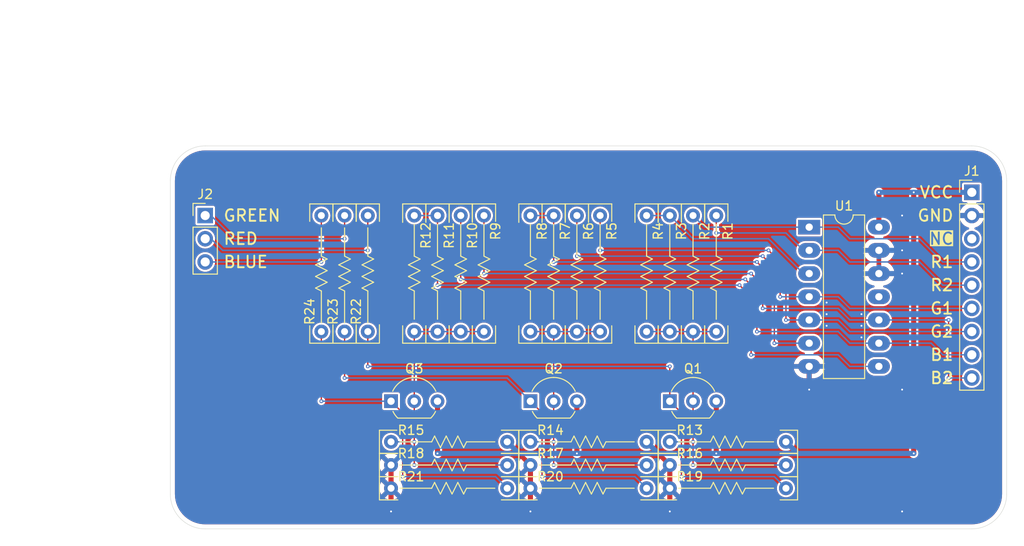
<source format=kicad_pcb>
(kicad_pcb (version 20221018) (generator pcbnew)
  (title_block (title "Color DAC remake for Thomson MO5") (date "2025-07-28") (rev "v1-DRAFT") (company "Sporniket") (comment 3 "https://github.com/sporniket/thomson-mo5--rgb-dac-replacement") (comment 4 "Original repository :"))
  (layers (0 "F.Cu" signal) (31 "B.Cu" signal) (34 "B.Paste" user) (35 "F.Paste" user) (36 "B.SilkS" user "B.Silkscreen") (37 "F.SilkS" user "F.Silkscreen") (38 "B.Mask" user) (39 "F.Mask" user) (44 "Edge.Cuts" user))
  (net 0 "")
  (net 1 "+5V")
  (net 2 "GND")
  (net 4 "/R1")
  (net 5 "/R2")
  (net 6 "/G1")
  (net 7 "/G2")
  (net 8 "/B1")
  (net 9 "/B2")
  (net 10 "/VID_GREEN")
  (net 11 "/VID_RED")
  (net 12 "/VID_BLUE")
  (net 13 "Net-(Q1-E)")
  (net 14 "Net-(Q1-B)")
  (net 15 "Net-(Q2-E)")
  (net 16 "Net-(Q2-B)")
  (net 17 "Net-(Q3-E)")
  (net 18 "Net-(Q3-B)")
  (net 19 "/R0")
  (net 20 "/G0")
  (net 21 "/B0")
  (footprint "commons-passives_THT:Passive_THT_resistor_W2.54mm_L12.70mm" (layer "F.Cu") (at 100.33 85.09 -90)
    (fp_text reference "R11" (at -5.715 -1.27 90) (layer "F.SilkS") (effects (justify right)))
    (fp_text value "6K2")
    (pad "1" thru_hole circle (at -6.35 0 270) (size 1.524 1.524) (drill 0.762) (layers "*.Cu" "*.Mask") (net 21 "/B0"))
    (pad "2" thru_hole circle (at 6.35 0 270) (size 1.524 1.524) (drill 0.762) (layers "*.Cu" "*.Mask") (net 18 "Net-(Q3-B)"))
  )
  (footprint "commons-passives_THT:Passive_THT_resistor_W2.54mm_L12.70mm" (layer "F.Cu") (at 92.71 85.09 90)
    (fp_text reference "R22" (at -5.715 -1.27 90) (layer "F.SilkS") (effects (justify left)))
    (fp_text value "75")
    (pad "1" thru_hole circle (at -6.35 0 90) (size 1.524 1.524) (drill 0.762) (layers "*.Cu" "*.Mask") (net 13 "Net-(Q1-E)"))
    (pad "2" thru_hole circle (at 6.35 0 90) (size 1.524 1.524) (drill 0.762) (layers "*.Cu" "*.Mask") (net 11 "/VID_RED"))
  )
  (footprint "commons-passives_THT:Passive_THT_resistor_W2.54mm_L12.70mm" (layer "F.Cu") (at 125.73 85.09 -90)
    (fp_text reference "R3" (at -5.715 -1.27 90) (layer "F.SilkS") (effects (justify right)))
    (fp_text value "6K2")
    (pad "1" thru_hole circle (at -6.35 0 270) (size 1.524 1.524) (drill 0.762) (layers "*.Cu" "*.Mask") (net 19 "/R0"))
    (pad "2" thru_hole circle (at 6.35 0 270) (size 1.524 1.524) (drill 0.762) (layers "*.Cu" "*.Mask") (net 14 "Net-(Q1-B)"))
  )
  (footprint "Package_DIP:DIP-14_W7.62mm_LongPads" (layer "F.Cu") (at 140.97 80.01)
    (fp_text reference "U1" (at 3.81 -2.33) (layer "F.SilkS"))
    (fp_text value "QUADRUPLE_2-INPUTS_POSITIVE-OR_GATES")
    (pad "1" thru_hole rect (at 0 0) (size 2.4 1.6) (drill 0.8) (layers "*.Cu" "*.Mask") (net 4 "/R1"))
    (pad "2" thru_hole oval (at 0 2.54) (size 2.4 1.6) (drill 0.8) (layers "*.Cu" "*.Mask") (net 5 "/R2"))
    (pad "3" thru_hole oval (at 0 5.08) (size 2.4 1.6) (drill 0.8) (layers "*.Cu" "*.Mask") (net 19 "/R0"))
    (pad "4" thru_hole oval (at 0 7.62) (size 2.4 1.6) (drill 0.8) (layers "*.Cu" "*.Mask") (net 6 "/G1"))
    (pad "5" thru_hole oval (at 0 10.16) (size 2.4 1.6) (drill 0.8) (layers "*.Cu" "*.Mask") (net 7 "/G2"))
    (pad "6" thru_hole oval (at 0 12.7) (size 2.4 1.6) (drill 0.8) (layers "*.Cu" "*.Mask") (net 20 "/G0"))
    (pad "7" thru_hole oval (at 0 15.24) (size 2.4 1.6) (drill 0.8) (layers "*.Cu" "*.Mask") (net 2 "GND"))
    (pad "8" thru_hole oval (at 7.62 15.24) (size 2.4 1.6) (drill 0.8) (layers "*.Cu" "*.Mask") (net 21 "/B0"))
    (pad "9" thru_hole oval (at 7.62 12.7) (size 2.4 1.6) (drill 0.8) (layers "*.Cu" "*.Mask") (net 8 "/B1"))
    (pad "10" thru_hole oval (at 7.62 10.16) (size 2.4 1.6) (drill 0.8) (layers "*.Cu" "*.Mask") (net 9 "/B2"))
    (pad "11" thru_hole oval (at 7.62 7.62) (size 2.4 1.6) (drill 0.8) (layers "*.Cu" "*.Mask"))
    (pad "12" thru_hole oval (at 7.62 5.08) (size 2.4 1.6) (drill 0.8) (layers "*.Cu" "*.Mask") (net 2 "GND"))
    (pad "13" thru_hole oval (at 7.62 2.54) (size 2.4 1.6) (drill 0.8) (layers "*.Cu" "*.Mask") (net 2 "GND"))
    (pad "14" thru_hole oval (at 7.62 0) (size 2.4 1.6) (drill 0.8) (layers "*.Cu" "*.Mask") (net 1 "+5V"))
  )
  (footprint "commons-passives_THT:Passive_THT_resistor_W2.54mm_L12.70mm" (layer "F.Cu") (at 116.84 103.505)
    (fp_text reference "R14" (at -5.715 -1.27) (layer "F.SilkS") (effects (justify left)))
    (fp_text value "1K")
    (pad "1" thru_hole circle (at -6.35 0) (size 1.524 1.524) (drill 0.762) (layers "*.Cu" "*.Mask") (net 16 "Net-(Q2-B)"))
    (pad "2" thru_hole circle (at 6.35 0) (size 1.524 1.524) (drill 0.762) (layers "*.Cu" "*.Mask") (net 1 "+5V"))
  )
  (footprint "commons-passives_THT:Passive_THT_resistor_W2.54mm_L12.70mm" (layer "F.Cu") (at 90.17 85.09 90)
    (fp_text reference "R23" (at -5.715 -1.27 90) (layer "F.SilkS") (effects (justify left)))
    (fp_text value "75")
    (pad "1" thru_hole circle (at -6.35 0 90) (size 1.524 1.524) (drill 0.762) (layers "*.Cu" "*.Mask") (net 15 "Net-(Q2-E)"))
    (pad "2" thru_hole circle (at 6.35 0 90) (size 1.524 1.524) (drill 0.762) (layers "*.Cu" "*.Mask") (net 10 "/VID_GREEN"))
  )
  (footprint "Package_TO_SOT_THT:TO-92_Inline_Wide" (layer "F.Cu") (at 95.25 99.06)
    (fp_text reference "Q3" (at 2.54 -3.56) (layer "F.SilkS"))
    (fp_text value "2N3904")
    (pad "1" thru_hole rect (at 0 0) (size 1.5 1.5) (drill 0.8) (layers "*.Cu" "*.Mask") (net 17 "Net-(Q3-E)"))
    (pad "2" thru_hole circle (at 2.54 0) (size 1.5 1.5) (drill 0.8) (layers "*.Cu" "*.Mask") (net 18 "Net-(Q3-B)"))
    (pad "3" thru_hole circle (at 5.08 0) (size 1.5 1.5) (drill 0.8) (layers "*.Cu" "*.Mask") (net 1 "+5V"))
  )
  (footprint "commons-passives_THT:Passive_THT_resistor_W2.54mm_L12.70mm" (layer "F.Cu") (at 105.41 85.09 -90)
    (fp_text reference "R9" (at -5.715 -1.27 90) (layer "F.SilkS") (effects (justify right)))
    (fp_text value "1K5")
    (pad "1" thru_hole circle (at -6.35 0 270) (size 1.524 1.524) (drill 0.762) (layers "*.Cu" "*.Mask") (net 9 "/B2"))
    (pad "2" thru_hole circle (at 6.35 0 270) (size 1.524 1.524) (drill 0.762) (layers "*.Cu" "*.Mask") (net 18 "Net-(Q3-B)"))
  )
  (footprint "Connector_PinHeader_2.54mm:PinHeader_1x09_P2.54mm_Vertical" (layer "F.Cu") (at 158.75 76.2)
    (fp_text reference "J1" (at 0 -2.33) (layer "F.SilkS"))
    (fp_text value "Input")
    (pad "1" thru_hole rect (at 0 0) (size 1.7 1.7) (drill 1) (layers "*.Cu" "*.Mask") (net 1 "+5V"))
    (pad "2" thru_hole oval (at 0 2.54) (size 1.7 1.7) (drill 1) (layers "*.Cu" "*.Mask") (net 2 "GND"))
    (pad "3" thru_hole oval (at 0 5.08) (size 1.7 1.7) (drill 1) (layers "*.Cu" "*.Mask"))
    (pad "4" thru_hole oval (at 0 7.62) (size 1.7 1.7) (drill 1) (layers "*.Cu" "*.Mask") (net 4 "/R1"))
    (pad "5" thru_hole oval (at 0 10.16) (size 1.7 1.7) (drill 1) (layers "*.Cu" "*.Mask") (net 5 "/R2"))
    (pad "6" thru_hole oval (at 0 12.7) (size 1.7 1.7) (drill 1) (layers "*.Cu" "*.Mask") (net 6 "/G1"))
    (pad "7" thru_hole oval (at 0 15.24) (size 1.7 1.7) (drill 1) (layers "*.Cu" "*.Mask") (net 7 "/G2"))
    (pad "8" thru_hole oval (at 0 17.78) (size 1.7 1.7) (drill 1) (layers "*.Cu" "*.Mask") (net 8 "/B1"))
    (pad "9" thru_hole oval (at 0 20.32) (size 1.7 1.7) (drill 1) (layers "*.Cu" "*.Mask") (net 9 "/B2"))
  )
  (footprint "commons-passives_THT:Passive_THT_resistor_W2.54mm_L12.70mm" (layer "F.Cu") (at 102.87 85.09 -90)
    (fp_text reference "R10" (at -5.715 -1.27 90) (layer "F.SilkS") (effects (justify right)))
    (fp_text value "3K")
    (pad "1" thru_hole circle (at -6.35 0 270) (size 1.524 1.524) (drill 0.762) (layers "*.Cu" "*.Mask") (net 8 "/B1"))
    (pad "2" thru_hole circle (at 6.35 0 270) (size 1.524 1.524) (drill 0.762) (layers "*.Cu" "*.Mask") (net 18 "Net-(Q3-B)"))
  )
  (footprint "commons-passives_THT:Passive_THT_resistor_W2.54mm_L12.70mm" (layer "F.Cu") (at 116.84 108.585)
    (fp_text reference "R20" (at -5.715 -1.27) (layer "F.SilkS") (effects (justify left)))
    (fp_text value "150")
    (pad "1" thru_hole circle (at -6.35 0) (size 1.524 1.524) (drill 0.762) (layers "*.Cu" "*.Mask") (net 2 "GND"))
    (pad "2" thru_hole circle (at 6.35 0) (size 1.524 1.524) (drill 0.762) (layers "*.Cu" "*.Mask") (net 15 "Net-(Q2-E)"))
  )
  (footprint "commons-passives_THT:Passive_THT_resistor_W2.54mm_L12.70mm" (layer "F.Cu") (at 87.63 85.09 90)
    (fp_text reference "R24" (at -5.715 -1.27 90) (layer "F.SilkS") (effects (justify left)))
    (fp_text value "75")
    (pad "1" thru_hole circle (at -6.35 0 90) (size 1.524 1.524) (drill 0.762) (layers "*.Cu" "*.Mask") (net 17 "Net-(Q3-E)"))
    (pad "2" thru_hole circle (at 6.35 0 90) (size 1.524 1.524) (drill 0.762) (layers "*.Cu" "*.Mask") (net 12 "/VID_BLUE"))
  )
  (footprint "commons-passives_THT:Passive_THT_resistor_W2.54mm_L12.70mm" (layer "F.Cu") (at 101.6 106.045)
    (fp_text reference "R18" (at -5.715 -1.27) (layer "F.SilkS") (effects (justify left)))
    (fp_text value "2K")
    (pad "1" thru_hole circle (at -6.35 0) (size 1.524 1.524) (drill 0.762) (layers "*.Cu" "*.Mask") (net 2 "GND"))
    (pad "2" thru_hole circle (at 6.35 0) (size 1.524 1.524) (drill 0.762) (layers "*.Cu" "*.Mask") (net 18 "Net-(Q3-B)"))
  )
  (footprint "commons-passives_THT:Passive_THT_resistor_W2.54mm_L12.70mm" (layer "F.Cu") (at 116.84 106.045)
    (fp_text reference "R17" (at -5.715 -1.27) (layer "F.SilkS") (effects (justify left)))
    (fp_text value "2K")
    (pad "1" thru_hole circle (at -6.35 0) (size 1.524 1.524) (drill 0.762) (layers "*.Cu" "*.Mask") (net 2 "GND"))
    (pad "2" thru_hole circle (at 6.35 0) (size 1.524 1.524) (drill 0.762) (layers "*.Cu" "*.Mask") (net 16 "Net-(Q2-B)"))
  )
  (footprint "commons-passives_THT:Passive_THT_resistor_W2.54mm_L12.70mm" (layer "F.Cu") (at 132.08 108.585)
    (fp_text reference "R19" (at -5.715 -1.27) (layer "F.SilkS") (effects (justify left)))
    (fp_text value "150")
    (pad "1" thru_hole circle (at -6.35 0) (size 1.524 1.524) (drill 0.762) (layers "*.Cu" "*.Mask") (net 2 "GND"))
    (pad "2" thru_hole circle (at 6.35 0) (size 1.524 1.524) (drill 0.762) (layers "*.Cu" "*.Mask") (net 13 "Net-(Q1-E)"))
  )
  (footprint "commons-passives_THT:Passive_THT_resistor_W2.54mm_L12.70mm" (layer "F.Cu") (at 113.03 85.09 -90)
    (fp_text reference "R7" (at -5.715 -1.27 90) (layer "F.SilkS") (effects (justify right)))
    (fp_text value "6K2")
    (pad "1" thru_hole circle (at -6.35 0 270) (size 1.524 1.524) (drill 0.762) (layers "*.Cu" "*.Mask") (net 20 "/G0"))
    (pad "2" thru_hole circle (at 6.35 0 270) (size 1.524 1.524) (drill 0.762) (layers "*.Cu" "*.Mask") (net 16 "Net-(Q2-B)"))
  )
  (footprint "commons-passives_THT:Passive_THT_resistor_W2.54mm_L12.70mm" (layer "F.Cu") (at 118.11 85.09 -90)
    (fp_text reference "R5" (at -5.715 -1.27 90) (layer "F.SilkS") (effects (justify right)))
    (fp_text value "1K5")
    (pad "1" thru_hole circle (at -6.35 0 270) (size 1.524 1.524) (drill 0.762) (layers "*.Cu" "*.Mask") (net 7 "/G2"))
    (pad "2" thru_hole circle (at 6.35 0 270) (size 1.524 1.524) (drill 0.762) (layers "*.Cu" "*.Mask") (net 16 "Net-(Q2-B)"))
  )
  (footprint "Connector_PinHeader_2.54mm:PinHeader_1x03_P2.54mm_Vertical" (layer "F.Cu") (at 74.93 78.74)
    (fp_text reference "J2" (at 0 -2.33) (layer "F.SilkS"))
    (fp_text value "Output")
    (pad "1" thru_hole rect (at 0 0) (size 1.7 1.7) (drill 1) (layers "*.Cu" "*.Mask") (net 10 "/VID_GREEN"))
    (pad "2" thru_hole oval (at 0 2.54) (size 1.7 1.7) (drill 1) (layers "*.Cu" "*.Mask") (net 11 "/VID_RED"))
    (pad "3" thru_hole oval (at 0 5.08) (size 1.7 1.7) (drill 1) (layers "*.Cu" "*.Mask") (net 12 "/VID_BLUE"))
  )
  (footprint "commons-passives_THT:Passive_THT_resistor_W2.54mm_L12.70mm" (layer "F.Cu") (at 130.81 85.09 -90)
    (fp_text reference "R1" (at -5.715 -1.27 90) (layer "F.SilkS") (effects (justify right)))
    (fp_text value "1K5")
    (pad "1" thru_hole circle (at -6.35 0 270) (size 1.524 1.524) (drill 0.762) (layers "*.Cu" "*.Mask") (net 5 "/R2"))
    (pad "2" thru_hole circle (at 6.35 0 270) (size 1.524 1.524) (drill 0.762) (layers "*.Cu" "*.Mask") (net 14 "Net-(Q1-B)"))
  )
  (footprint "commons-passives_THT:Passive_THT_resistor_W2.54mm_L12.70mm" (layer "F.Cu") (at 97.79 85.09 -90)
    (fp_text reference "R12" (at -5.715 -1.27 90) (layer "F.SilkS") (effects (justify right)))
    (fp_text value "12K")
    (pad "1" thru_hole circle (at -6.35 0 270) (size 1.524 1.524) (drill 0.762) (layers "*.Cu" "*.Mask") (net 21 "/B0"))
    (pad "2" thru_hole circle (at 6.35 0 270) (size 1.524 1.524) (drill 0.762) (layers "*.Cu" "*.Mask") (net 18 "Net-(Q3-B)"))
  )
  (footprint "commons-passives_THT:Passive_THT_resistor_W2.54mm_L12.70mm" (layer "F.Cu") (at 132.08 103.505)
    (fp_text reference "R13" (at -5.715 -1.27) (layer "F.SilkS") (effects (justify left)))
    (fp_text value "1K")
    (pad "1" thru_hole circle (at -6.35 0) (size 1.524 1.524) (drill 0.762) (layers "*.Cu" "*.Mask") (net 14 "Net-(Q1-B)"))
    (pad "2" thru_hole circle (at 6.35 0) (size 1.524 1.524) (drill 0.762) (layers "*.Cu" "*.Mask") (net 1 "+5V"))
  )
  (footprint "commons-passives_THT:Passive_THT_resistor_W2.54mm_L12.70mm" (layer "F.Cu") (at 110.49 85.09 -90)
    (fp_text reference "R8" (at -5.715 -1.27 90) (layer "F.SilkS") (effects (justify right)))
    (fp_text value "12K")
    (pad "1" thru_hole circle (at -6.35 0 270) (size 1.524 1.524) (drill 0.762) (layers "*.Cu" "*.Mask") (net 20 "/G0"))
    (pad "2" thru_hole circle (at 6.35 0 270) (size 1.524 1.524) (drill 0.762) (layers "*.Cu" "*.Mask") (net 16 "Net-(Q2-B)"))
  )
  (footprint "Package_TO_SOT_THT:TO-92_Inline_Wide" (layer "F.Cu") (at 125.73 99.06)
    (fp_text reference "Q1" (at 2.54 -3.56) (layer "F.SilkS"))
    (fp_text value "2N3904")
    (pad "1" thru_hole rect (at 0 0) (size 1.5 1.5) (drill 0.8) (layers "*.Cu" "*.Mask") (net 13 "Net-(Q1-E)"))
    (pad "2" thru_hole circle (at 2.54 0) (size 1.5 1.5) (drill 0.8) (layers "*.Cu" "*.Mask") (net 14 "Net-(Q1-B)"))
    (pad "3" thru_hole circle (at 5.08 0) (size 1.5 1.5) (drill 0.8) (layers "*.Cu" "*.Mask") (net 1 "+5V"))
  )
  (footprint "commons-passives_THT:Passive_THT_resistor_W2.54mm_L12.70mm" (layer "F.Cu") (at 115.57 85.09 -90)
    (fp_text reference "R6" (at -5.715 -1.27 90) (layer "F.SilkS") (effects (justify right)))
    (fp_text value "3K")
    (pad "1" thru_hole circle (at -6.35 0 270) (size 1.524 1.524) (drill 0.762) (layers "*.Cu" "*.Mask") (net 6 "/G1"))
    (pad "2" thru_hole circle (at 6.35 0 270) (size 1.524 1.524) (drill 0.762) (layers "*.Cu" "*.Mask") (net 16 "Net-(Q2-B)"))
  )
  (footprint "commons-passives_THT:Passive_THT_resistor_W2.54mm_L12.70mm" (layer "F.Cu") (at 123.19 85.09 -90)
    (fp_text reference "R4" (at -5.715 -1.27 90) (layer "F.SilkS") (effects (justify right)))
    (fp_text value "12K")
    (pad "1" thru_hole circle (at -6.35 0 270) (size 1.524 1.524) (drill 0.762) (layers "*.Cu" "*.Mask") (net 19 "/R0"))
    (pad "2" thru_hole circle (at 6.35 0 270) (size 1.524 1.524) (drill 0.762) (layers "*.Cu" "*.Mask") (net 14 "Net-(Q1-B)"))
  )
  (footprint "commons-passives_THT:Passive_THT_resistor_W2.54mm_L12.70mm" (layer "F.Cu") (at 101.6 103.505)
    (fp_text reference "R15" (at -5.715 -1.27) (layer "F.SilkS") (effects (justify left)))
    (fp_text value "1K")
    (pad "1" thru_hole circle (at -6.35 0) (size 1.524 1.524) (drill 0.762) (layers "*.Cu" "*.Mask") (net 18 "Net-(Q3-B)"))
    (pad "2" thru_hole circle (at 6.35 0) (size 1.524 1.524) (drill 0.762) (layers "*.Cu" "*.Mask") (net 1 "+5V"))
  )
  (footprint "Package_TO_SOT_THT:TO-92_Inline_Wide" (layer "F.Cu") (at 110.49 99.06)
    (fp_text reference "Q2" (at 2.54 -3.56) (layer "F.SilkS"))
    (fp_text value "2N3904")
    (pad "1" thru_hole rect (at 0 0) (size 1.5 1.5) (drill 0.8) (layers "*.Cu" "*.Mask") (net 15 "Net-(Q2-E)"))
    (pad "2" thru_hole circle (at 2.54 0) (size 1.5 1.5) (drill 0.8) (layers "*.Cu" "*.Mask") (net 16 "Net-(Q2-B)"))
    (pad "3" thru_hole circle (at 5.08 0) (size 1.5 1.5) (drill 0.8) (layers "*.Cu" "*.Mask") (net 1 "+5V"))
  )
  (footprint "commons-passives_THT:Passive_THT_resistor_W2.54mm_L12.70mm" (layer "F.Cu") (at 101.6 108.585)
    (fp_text reference "R21" (at -5.715 -1.27) (layer "F.SilkS") (effects (justify left)))
    (fp_text value "150")
    (pad "1" thru_hole circle (at -6.35 0) (size 1.524 1.524) (drill 0.762) (layers "*.Cu" "*.Mask") (net 2 "GND"))
    (pad "2" thru_hole circle (at 6.35 0) (size 1.524 1.524) (drill 0.762) (layers "*.Cu" "*.Mask") (net 17 "Net-(Q3-E)"))
  )
  (footprint "commons-passives_THT:Passive_THT_resistor_W2.54mm_L12.70mm" (layer "F.Cu") (at 132.08 106.045)
    (fp_text reference "R16" (at -5.715 -1.27) (layer "F.SilkS") (effects (justify left)))
    (fp_text value "2K")
    (pad "1" thru_hole circle (at -6.35 0) (size 1.524 1.524) (drill 0.762) (layers "*.Cu" "*.Mask") (net 2 "GND"))
    (pad "2" thru_hole circle (at 6.35 0) (size 1.524 1.524) (drill 0.762) (layers "*.Cu" "*.Mask") (net 14 "Net-(Q1-B)"))
  )
  (footprint "commons-passives_THT:Passive_THT_resistor_W2.54mm_L12.70mm" (layer "F.Cu") (at 128.27 85.09 -90)
    (fp_text reference "R2" (at -5.715 -1.27 90) (layer "F.SilkS") (effects (justify right)))
    (fp_text value "3K")
    (pad "1" thru_hole circle (at -6.35 0 270) (size 1.524 1.524) (drill 0.762) (layers "*.Cu" "*.Mask") (net 4 "/R1"))
    (pad "2" thru_hole circle (at 6.35 0 270) (size 1.524 1.524) (drill 0.762) (layers "*.Cu" "*.Mask") (net 14 "Net-(Q1-B)"))
  )
  (gr_line (start 71.12 109.22) (end 71.12 74.93) (stroke (width 0.05)) (layer "Edge.Cuts"))
  (gr_arc (start 71.12 74.93) (mid 72.235923 72.235923) (end 74.93 71.12) (stroke (width 0.05)) (layer "Edge.Cuts"))
  (gr_line (start 158.75 71.12) (end 74.93 71.12) (stroke (width 0.05)) (layer "Edge.Cuts"))
  (gr_arc (start 158.75 71.12) (mid 161.444077 72.235923) (end 162.56 74.93) (stroke (width 0.05)) (layer "Edge.Cuts"))
  (gr_arc (start 162.56 109.22) (mid 161.444077 111.914077) (end 158.75 113.03) (stroke (width 0.05)) (layer "Edge.Cuts"))
  (gr_line (start 162.56 74.93) (end 162.56 109.22) (stroke (width 0.05)) (layer "Edge.Cuts"))
  (gr_arc (start 74.93 113.03) (mid 72.235923 111.914077) (end 71.12 109.22) (stroke (width 0.05)) (layer "Edge.Cuts"))
  (gr_line (start 158.75 113.03) (end 74.93 113.03) (stroke (width 0.05)) (layer "Edge.Cuts"))
  (gr_text "BLUE\n" (at 76.835 83.82) (layer "F.SilkS") (effects (font (size 1.27 1.27) (thickness 0.2) bold) (justify left)))
  (gr_text "G2" (at 156.845 91.44) (layer "F.SilkS") (effects (font (size 1.27 1.27) (thickness 0.2) bold) (justify right)))
  (gr_text "RED" (at 76.835 81.28) (layer "F.SilkS") (effects (font (size 1.27 1.27) (thickness 0.2) bold) (justify left)))
  (gr_text "NC" (at 156.845 81.28) (layer "F.SilkS" knockout) (effects (font (size 1.27 1.27) (thickness 0.2) bold) (justify right)))
  (gr_text "R1" (at 156.845 83.82) (layer "F.SilkS") (effects (font (size 1.27 1.27) (thickness 0.2) bold) (justify right)))
  (gr_text "B1" (at 156.845 93.98) (layer "F.SilkS") (effects (font (size 1.27 1.27) (thickness 0.2) bold) (justify right)))
  (gr_text "GREEN" (at 76.835 78.74) (layer "F.SilkS") (effects (font (size 1.27 1.27) (thickness 0.2) bold) (justify left)))
  (gr_text "R2" (at 156.845 86.36) (layer "F.SilkS") (effects (font (size 1.27 1.27) (thickness 0.2) bold) (justify right)))
  (gr_text "B2" (at 156.845 96.52) (layer "F.SilkS") (effects (font (size 1.27 1.27) (thickness 0.2) bold) (justify right)))
  (gr_text "GND" (at 156.845 78.74) (layer "F.SilkS") (effects (font (size 1.27 1.27) (thickness 0.2) bold) (justify right)))
  (gr_text "VCC" (at 156.845 76.2) (layer "F.SilkS") (effects (font (size 1.27 1.27) (thickness 0.2) bold) (justify right)))
  (gr_text "G1" (at 156.845 88.9) (layer "F.SilkS") (effects (font (size 1.27 1.27) (thickness 0.2) bold) (justify right)))
  (segment (start 115.57 99.06) (end 115.57 104.775) (width 0.5588) (layer "F.Cu") (net 1))
  (segment (start 152.4 104.775) (end 152.4 76.2) (width 0.5588) (layer "F.Cu") (net 1))
  (segment (start 100.33 99.06) (end 100.33 104.775) (width 0.5588) (layer "F.Cu") (net 1))
  (segment (start 148.59 76.2) (end 148.59 80.01) (width 0.5588) (layer "F.Cu") (net 1))
  (segment (start 130.81 99.06) (end 130.81 104.775) (width 0.5588) (layer "F.Cu") (net 1))
  (via (at 100.33 104.775) (size 0.5588) (drill 0.2032) (layers "F.Cu" "B.Cu") (net 1))
  (via (at 115.57 104.775) (size 0.5588) (drill 0.2032) (layers "F.Cu" "B.Cu") (net 1))
  (via (at 148.59 76.2) (size 0.5588) (drill 0.2032) (layers "F.Cu" "B.Cu") (net 1))
  (via (at 152.4 104.775) (size 0.5588) (drill 0.2032) (layers "F.Cu" "B.Cu") (net 1))
  (via (at 152.4 76.2) (size 0.5588) (drill 0.2032) (layers "F.Cu" "B.Cu") (net 1))
  (via (at 130.81 104.775) (size 0.5588) (drill 0.2032) (layers "F.Cu" "B.Cu") (net 1))
  (segment (start 123.19 103.505) (end 124.46 104.775) (width 0.5588) (layer "B.Cu") (net 1))
  (segment (start 115.57 104.775) (end 109.22 104.775) (width 0.5588) (layer "B.Cu") (net 1))
  (segment (start 138.43 103.505) (end 139.7 104.775) (width 0.5588) (layer "B.Cu") (net 1))
  (segment (start 109.22 104.775) (end 107.95 103.505) (width 0.5588) (layer "B.Cu") (net 1))
  (segment (start 152.4 76.2) (end 148.59 76.2) (width 0.5588) (layer "B.Cu") (net 1))
  (segment (start 124.46 104.775) (end 123.19 104.775) (width 0.5588) (layer "B.Cu") (net 1))
  (segment (start 158.75 76.2) (end 152.4 76.2) (width 0.5588) (layer "B.Cu") (net 1))
  (segment (start 125.095 104.775) (end 130.81 104.775) (width 0.5588) (layer "B.Cu") (net 1))
  (segment (start 139.7 104.775) (end 152.4 104.775) (width 0.5588) (layer "B.Cu") (net 1))
  (segment (start 124.46 104.775) (end 125.095 104.775) (width 0.5588) (layer "B.Cu") (net 1))
  (segment (start 130.81 104.775) (end 138.43 104.775) (width 0.5588) (layer "B.Cu") (net 1))
  (segment (start 123.19 104.775) (end 115.57 104.775) (width 0.5588) (layer "B.Cu") (net 1))
  (segment (start 100.33 104.775) (end 109.22 104.775) (width 0.5588) (layer "B.Cu") (net 1))
  (segment (start 138.43 104.775) (end 139.7 104.775) (width 0.5588) (layer "B.Cu") (net 1))
  (segment (start 110.49 108.585) (end 110.49 111.125) (width 0.5588) (layer "F.Cu") (net 2))
  (segment (start 95.25 111.125) (end 95.25 108.585) (width 0.5588) (layer "F.Cu") (net 2))
  (segment (start 140.97 95.25) (end 140.97 97.79) (width 0.5588) (layer "F.Cu") (net 2))
  (segment (start 151.13 82.55) (end 151.13 85.09) (width 0.5588) (layer "F.Cu") (net 2))
  (segment (start 125.73 106.045) (end 125.73 108.585) (width 0.5588) (layer "F.Cu") (net 2))
  (segment (start 151.13 85.09) (end 151.13 97.79) (width 0.5588) (layer "F.Cu") (net 2))
  (segment (start 110.49 106.045) (end 110.49 108.585) (width 0.5588) (layer "F.Cu") (net 2))
  (segment (start 125.73 108.585) (end 125.73 111.125) (width 0.5588) (layer "F.Cu") (net 2))
  (segment (start 151.13 97.79) (end 151.13 111.125) (width 0.5588) (layer "F.Cu") (net 2))
  (segment (start 151.13 78.74) (end 151.13 82.55) (width 0.5588) (layer "F.Cu") (net 2))
  (segment (start 95.25 108.585) (end 95.25 106.045) (width 0.5588) (layer "F.Cu") (net 2))
  (via (at 151.13 97.79) (size 0.5588) (drill 0.2032) (layers "F.Cu" "B.Cu") (net 2))
  (via (at 110.49 111.125) (size 0.5588) (drill 0.2032) (layers "F.Cu" "B.Cu") (net 2))
  (via (at 146.685 92.075) (size 0.4064) (drill 0.2032) (layers "F.Cu" "B.Cu") (net 2))
  (via (at 146.685 89.535) (size 0.4064) (drill 0.2032) (layers "F.Cu" "B.Cu") (net 2))
  (via (at 151.13 82.55) (size 0.5588) (drill 0.2032) (layers "F.Cu" "B.Cu") (net 2))
  (via (at 125.73 111.125) (size 0.5588) (drill 0.2032) (layers "F.Cu" "B.Cu") (net 2))
  (via (at 142.875 89.535) (size 0.4064) (drill 0.2032) (layers "F.Cu" "B.Cu") (net 2))
  (via (at 140.97 97.79) (size 0.5588) (drill 0.2032) (layers "F.Cu" "B.Cu") (net 2))
  (via (at 151.13 78.74) (size 0.5588) (drill 0.2032) (layers "F.Cu" "B.Cu") (net 2))
  (via (at 146.685 90.805) (size 0.4064) (drill 0.2032) (layers "F.Cu" "B.Cu") (net 2))
  (via (at 142.875 90.805) (size 0.4064) (drill 0.2032) (layers "F.Cu" "B.Cu") (net 2))
  (via (at 142.875 88.265) (size 0.4064) (drill 0.2032) (layers "F.Cu" "B.Cu") (net 2))
  (via (at 151.13 111.125) (size 0.5588) (drill 0.2032) (layers "F.Cu" "B.Cu") (net 2))
  (via (at 95.25 111.125) (size 0.5588) (drill 0.2032) (layers "F.Cu" "B.Cu") (net 2))
  (via (at 151.13 85.09) (size 0.5588) (drill 0.2032) (layers "F.Cu" "B.Cu") (net 2))
  (segment (start 151.13 111.125) (end 125.73 111.125) (width 0.5588) (layer "B.Cu") (net 2))
  (segment (start 158.75 78.74) (end 151.13 78.74) (width 0.5588) (layer "B.Cu") (net 2))
  (segment (start 125.73 111.125) (end 110.49 111.125) (width 0.5588) (layer "B.Cu") (net 2))
  (segment (start 110.49 111.125) (end 95.25 111.125) (width 0.5588) (layer "B.Cu") (net 2))
  (segment (start 151.13 85.09) (end 148.59 85.09) (width 0.5588) (layer "B.Cu") (net 2))
  (segment (start 148.59 82.55) (end 151.13 82.55) (width 0.5588) (layer "B.Cu") (net 2))
  (segment (start 140.97 97.79) (end 151.13 97.79) (width 0.5588) (layer "B.Cu") (net 2))
  (segment (start 140.97 80.01) (end 129.54 80.01) (width 0.1524) (layer "B.Cu") (net 4))
  (segment (start 144.145 80.01) (end 145.415 81.28) (width 0.1524) (layer "B.Cu") (net 4))
  (segment (start 145.415 81.28) (end 153.035 81.28) (width 0.1524) (layer "B.Cu") (net 4))
  (segment (start 129.54 80.01) (end 128.27 78.74) (width 0.1524) (layer "B.Cu") (net 4))
  (segment (start 140.97 80.01) (end 144.145 80.01) (width 0.1524) (layer "B.Cu") (net 4))
  (segment (start 155.575 83.82) (end 158.75 83.82) (width 0.1524) (layer "B.Cu") (net 4))
  (segment (start 153.035 81.28) (end 155.575 83.82) (width 0.1524) (layer "B.Cu") (net 4))
  (segment (start 130.81 80.645) (end 130.81 78.74) (width 0.1524) (layer "F.Cu") (net 5))
  (via (at 130.81 80.645) (size 0.4064) (drill 0.2032) (layers "F.Cu" "B.Cu") (net 5))
  (segment (start 144.145 82.55) (end 140.97 82.55) (width 0.1524) (layer "B.Cu") (net 5))
  (segment (start 153.035 83.82) (end 145.415 83.82) (width 0.1524) (layer "B.Cu") (net 5))
  (segment (start 145.415 83.82) (end 144.145 82.55) (width 0.1524) (layer "B.Cu") (net 5))
  (segment (start 155.575 86.36) (end 153.035 83.82) (width 0.1524) (layer "B.Cu") (net 5))
  (segment (start 140.97 82.55) (end 140.335 82.55) (width 0.1524) (layer "B.Cu") (net 5))
  (segment (start 138.43 80.645) (end 130.81 80.645) (width 0.1524) (layer "B.Cu") (net 5))
  (segment (start 140.335 82.55) (end 138.43 80.645) (width 0.1524) (layer "B.Cu") (net 5))
  (segment (start 158.75 86.36) (end 155.575 86.36) (width 0.1524) (layer "B.Cu") (net 5))
  (segment (start 137.795 87.63) (end 137.795 85.09) (width 0.1524) (layer "F.Cu") (net 6))
  (segment (start 137.795 85.09) (end 135.89 83.185) (width 0.1524) (layer "F.Cu") (net 6))
  (segment (start 115.57 83.185) (end 115.57 78.74) (width 0.1524) (layer "F.Cu") (net 6))
  (via (at 115.57 83.185) (size 0.4064) (drill 0.2032) (layers "F.Cu" "B.Cu") (net 6))
  (via (at 135.89 83.185) (size 0.4064) (drill 0.2032) (layers "F.Cu" "B.Cu") (net 6))
  (via (at 137.795 87.63) (size 0.4064) (drill 0.2032) (layers "F.Cu" "B.Cu") (net 6))
  (segment (start 140.97 87.63) (end 137.795 87.63) (width 0.1524) (layer "B.Cu") (net 6))
  (segment (start 145.415 88.9) (end 144.145 87.63) (width 0.1524) (layer "B.Cu") (net 6))
  (segment (start 135.89 83.185) (end 115.57 83.185) (width 0.1524) (layer "B.Cu") (net 6))
  (segment (start 144.145 87.63) (end 140.97 87.63) (width 0.1524) (layer "B.Cu") (net 6))
  (segment (start 158.75 88.9) (end 145.415 88.9) (width 0.1524) (layer "B.Cu") (net 6))
  (segment (start 138.43 84.455) (end 136.525 82.55) (width 0.1524) (layer "F.Cu") (net 7))
  (segment (start 118.11 82.55) (end 118.11 78.74) (width 0.1524) (layer "F.Cu") (net 7))
  (segment (start 138.43 90.17) (end 138.43 84.455) (width 0.1524) (layer "F.Cu") (net 7))
  (via (at 136.525 82.55) (size 0.4064) (drill 0.2032) (layers "F.Cu" "B.Cu") (net 7))
  (via (at 138.43 90.17) (size 0.4064) (drill 0.2032) (layers "F.Cu" "B.Cu") (net 7))
  (via (at 118.11 82.55) (size 0.4064) (drill 0.2032) (layers "F.Cu" "B.Cu") (net 7))
  (segment (start 140.97 90.17) (end 138.43 90.17) (width 0.1524) (layer "B.Cu") (net 7))
  (segment (start 145.415 91.44) (end 144.145 90.17) (width 0.1524) (layer "B.Cu") (net 7))
  (segment (start 136.525 82.55) (end 118.11 82.55) (width 0.1524) (layer "B.Cu") (net 7))
  (segment (start 144.145 90.17) (end 140.97 90.17) (width 0.1524) (layer "B.Cu") (net 7))
  (segment (start 158.75 91.44) (end 145.415 91.44) (width 0.1524) (layer "B.Cu") (net 7))
  (segment (start 135.255 86.995) (end 133.985 85.725) (width 0.1524) (layer "F.Cu") (net 8))
  (segment (start 135.255 91.44) (end 135.255 86.995) (width 0.1524) (layer "F.Cu") (net 8))
  (segment (start 102.87 85.725) (end 102.87 78.74) (width 0.1524) (layer "F.Cu") (net 8))
  (via (at 102.87 85.725) (size 0.4064) (drill 0.2032) (layers "F.Cu" "B.Cu") (net 8))
  (via (at 133.985 85.725) (size 0.4064) (drill 0.2032) (layers "F.Cu" "B.Cu") (net 8))
  (via (at 135.255 91.44) (size 0.4064) (drill 0.2032) (layers "F.Cu" "B.Cu") (net 8))
  (segment (start 154.305 92.71) (end 148.59 92.71) (width 0.1524) (layer "B.Cu") (net 8))
  (segment (start 148.59 92.71) (end 145.415 92.71) (width 0.1524) (layer "B.Cu") (net 8))
  (segment (start 133.985 85.725) (end 102.87 85.725) (width 0.1524) (layer "B.Cu") (net 8))
  (segment (start 144.145 91.44) (end 135.255 91.44) (width 0.1524) (layer "B.Cu") (net 8))
  (segment (start 158.75 93.98) (end 155.575 93.98) (width 0.1524) (layer "B.Cu") (net 8))
  (segment (start 145.415 92.71) (end 144.78 92.075) (width 0.1524) (layer "B.Cu") (net 8))
  (segment (start 144.78 92.075) (end 144.145 91.44) (width 0.1524) (layer "B.Cu") (net 8))
  (segment (start 155.575 93.98) (end 154.305 92.71) (width 0.1524) (layer "B.Cu") (net 8))
  (segment (start 105.41 85.09) (end 105.41 78.74) (width 0.1524) (layer "F.Cu") (net 9))
  (segment (start 135.89 88.9) (end 135.89 86.36) (width 0.1524) (layer "F.Cu") (net 9))
  (segment (start 156.21 96.52) (end 156.21 90.17) (width 0.1524) (layer "F.Cu") (net 9))
  (segment (start 135.89 86.36) (end 134.62 85.09) (width 0.1524) (layer "F.Cu") (net 9))
  (via (at 156.21 96.52) (size 0.4064) (drill 0.2032) (layers "F.Cu" "B.Cu") (net 9))
  (via (at 156.21 90.17) (size 0.4064) (drill 0.2032) (layers "F.Cu" "B.Cu") (net 9))
  (via (at 135.89 88.9) (size 0.4064) (drill 0.2032) (layers "F.Cu" "B.Cu") (net 9))
  (via (at 105.41 85.09) (size 0.4064) (drill 0.2032) (layers "F.Cu" "B.Cu") (net 9))
  (via (at 134.62 85.09) (size 0.4064) (drill 0.2032) (layers "F.Cu" "B.Cu") (net 9))
  (segment (start 158.75 96.52) (end 156.21 96.52) (width 0.1524) (layer "B.Cu") (net 9))
  (segment (start 148.59 90.17) (end 145.415 90.17) (width 0.1524) (layer "B.Cu") (net 9))
  (segment (start 144.145 88.9) (end 135.89 88.9) (width 0.1524) (layer "B.Cu") (net 9))
  (segment (start 145.415 90.17) (end 144.145 88.9) (width 0.1524) (layer "B.Cu") (net 9))
  (segment (start 134.62 85.09) (end 105.41 85.09) (width 0.1524) (layer "B.Cu") (net 9))
  (segment (start 156.21 90.17) (end 148.59 90.17) (width 0.1524) (layer "B.Cu") (net 9))
  (segment (start 90.17 81.28) (end 90.17 78.74) (width 0.1524) (layer "F.Cu") (net 10))
  (via (at 90.17 81.28) (size 0.4064) (drill 0.2032) (layers "F.Cu" "B.Cu") (net 10))
  (segment (start 74.93 78.74) (end 75.565 78.74) (width 0.1524) (layer "B.Cu") (net 10))
  (segment (start 78.105 81.28) (end 90.17 81.28) (width 0.1524) (layer "B.Cu") (net 10))
  (segment (start 75.565 78.74) (end 78.105 81.28) (width 0.1524) (layer "B.Cu") (net 10))
  (segment (start 92.71 82.55) (end 92.71 78.74) (width 0.1524) (layer "F.Cu") (net 11))
  (via (at 92.71 82.55) (size 0.4064) (drill 0.2032) (layers "F.Cu" "B.Cu") (net 11))
  (segment (start 75.565 81.28) (end 76.835 82.55) (width 0.1524) (layer "B.Cu") (net 11))
  (segment (start 76.835 82.55) (end 92.71 82.55) (width 0.1524) (layer "B.Cu") (net 11))
  (segment (start 74.93 81.28) (end 75.565 81.28) (width 0.1524) (layer "B.Cu") (net 11))
  (segment (start 87.63 83.82) (end 87.63 78.74) (width 0.1524) (layer "F.Cu") (net 12))
  (via (at 87.63 83.82) (size 0.4064) (drill 0.2032) (layers "F.Cu" "B.Cu") (net 12))
  (segment (start 74.93 83.82) (end 87.63 83.82) (width 0.1524) (layer "B.Cu") (net 12))
  (segment (start 126.365 99.695) (end 127 100.33) (width 0.1524) (layer "F.Cu") (net 13))
  (segment (start 127 100.33) (end 127 107.315) (width 0.1524) (layer "F.Cu") (net 13))
  (segment (start 125.73 95.25) (end 125.73 99.06) (width 0.1524) (layer "F.Cu") (net 13))
  (segment (start 92.71 91.44) (end 92.71 95.25) (width 0.1524) (layer "F.Cu") (net 13))
  (segment (start 125.73 99.06) (end 126.365 99.695) (width 0.1524) (layer "F.Cu") (net 13))
  (via (at 127 107.315) (size 0.4064) (drill 0.2032) (layers "F.Cu" "B.Cu") (net 13))
  (via (at 125.73 95.25) (size 0.4064) (drill 0.2032) (layers "F.Cu" "B.Cu") (net 13))
  (via (at 92.71 95.25) (size 0.4064) (drill 0.2032) (layers "F.Cu" "B.Cu") (net 13))
  (segment (start 92.71 95.25) (end 125.73 95.25) (width 0.1524) (layer "B.Cu") (net 13))
  (segment (start 127 107.315) (end 137.16 107.315) (width 0.1524) (layer "B.Cu") (net 13))
  (segment (start 137.16 107.315) (end 138.43 108.585) (width 0.1524) (layer "B.Cu") (net 13))
  (segment (start 128.27 99.06) (end 128.27 103.505) (width 0.1524) (layer "F.Cu") (net 14))
  (segment (start 128.27 99.06) (end 128.27 91.44) (width 0.1524) (layer "F.Cu") (net 14))
  (segment (start 128.27 103.505) (end 128.27 106.045) (width 0.1524) (layer "F.Cu") (net 14))
  (via (at 128.27 106.045) (size 0.4064) (drill 0.2032) (layers "F.Cu" "B.Cu") (net 14))
  (via (at 128.27 103.505) (size 0.4064) (drill 0.2032) (layers "F.Cu" "B.Cu") (net 14))
  (segment (start 123.19 91.44) (end 125.73 91.44) (width 0.1524) (layer "B.Cu") (net 14))
  (segment (start 128.27 106.045) (end 138.43 106.045) (width 0.1524) (layer "B.Cu") (net 14))
  (segment (start 128.27 103.505) (end 125.73 103.505) (width 0.1524) (layer "B.Cu") (net 14))
  (segment (start 125.73 91.44) (end 128.27 91.44) (width 0.1524) (layer "B.Cu") (net 14))
  (segment (start 128.27 91.44) (end 130.81 91.44) (width 0.1524) (layer "B.Cu") (net 14))
  (segment (start 110.49 99.06) (end 111.76 100.33) (width 0.1524) (layer "F.Cu") (net 15))
  (segment (start 90.17 91.44) (end 90.17 96.52) (width 0.1524) (layer "F.Cu") (net 15))
  (segment (start 111.76 100.33) (end 111.76 107.315) (width 0.1524) (layer "F.Cu") (net 15))
  (via (at 111.76 107.315) (size 0.4064) (drill 0.2032) (layers "F.Cu" "B.Cu") (net 15))
  (via (at 90.17 96.52) (size 0.4064) (drill 0.2032) (layers "F.Cu" "B.Cu") (net 15))
  (segment (start 121.92 107.315) (end 123.19 108.585) (width 0.1524) (layer "B.Cu") (net 15))
  (segment (start 111.76 107.315) (end 121.92 107.315) (width 0.1524) (layer "B.Cu") (net 15))
  (segment (start 90.17 96.52) (end 107.95 96.52) (width 0.1524) (layer "B.Cu") (net 15))
  (segment (start 107.95 96.52) (end 110.49 99.06) (width 0.1524) (layer "B.Cu") (net 15))
  (segment (start 113.03 99.06) (end 113.03 103.505) (width 0.1524) (layer "F.Cu") (net 16))
  (segment (start 113.03 99.06) (end 113.03 91.44) (width 0.1524) (layer "F.Cu") (net 16))
  (segment (start 113.03 103.505) (end 113.03 106.045) (width 0.1524) (layer "F.Cu") (net 16))
  (via (at 113.03 103.505) (size 0.4064) (drill 0.2032) (layers "F.Cu" "B.Cu") (net 16))
  (via (at 113.03 106.045) (size 0.4064) (drill 0.2032) (layers "F.Cu" "B.Cu") (net 16))
  (segment (start 113.03 103.505) (end 110.49 103.505) (width 0.1524) (layer "B.Cu") (net 16))
  (segment (start 113.03 106.045) (end 123.19 106.045) (width 0.1524) (layer "B.Cu") (net 16))
  (segment (start 115.57 91.44) (end 118.11 91.44) (width 0.1524) (layer "B.Cu") (net 16))
  (segment (start 110.49 91.44) (end 113.03 91.44) (width 0.1524) (layer "B.Cu") (net 16))
  (segment (start 113.03 91.44) (end 115.57 91.44) (width 0.1524) (layer "B.Cu") (net 16))
  (segment (start 87.63 99.06) (end 87.63 91.44) (width 0.1524) (layer "F.Cu") (net 17))
  (segment (start 95.25 99.06) (end 96.52 100.33) (width 0.1524) (layer "F.Cu") (net 17))
  (segment (start 96.52 100.33) (end 96.52 107.315) (width 0.1524) (layer "F.Cu") (net 17))
  (via (at 96.52 107.315) (size 0.4064) (drill 0.2032) (layers "F.Cu" "B.Cu") (net 17))
  (via (at 87.63 99.06) (size 0.4064) (drill 0.2032) (layers "F.Cu" "B.Cu") (net 17))
  (segment (start 106.68 107.315) (end 107.95 108.585) (width 0.1524) (layer "B.Cu") (net 17))
  (segment (start 96.52 107.315) (end 106.68 107.315) (width 0.1524) (layer "B.Cu") (net 17))
  (segment (start 95.25 99.06) (end 87.63 99.06) (width 0.1524) (layer "B.Cu") (net 17))
  (segment (start 97.79 103.505) (end 97.79 106.045) (width 0.1524) (layer "F.Cu") (net 18))
  (segment (start 97.79 99.06) (end 97.79 103.505) (width 0.1524) (layer "F.Cu") (net 18))
  (segment (start 97.79 99.06) (end 97.79 91.44) (width 0.1524) (layer "F.Cu") (net 18))
  (via (at 97.79 103.505) (size 0.4064) (drill 0.2032) (layers "F.Cu" "B.Cu") (net 18))
  (via (at 97.79 106.045) (size 0.4064) (drill 0.2032) (layers "F.Cu" "B.Cu") (net 18))
  (segment (start 97.79 106.045) (end 107.95 106.045) (width 0.1524) (layer "B.Cu") (net 18))
  (segment (start 97.79 91.44) (end 100.33 91.44) (width 0.1524) (layer "B.Cu") (net 18))
  (segment (start 102.87 91.44) (end 105.41 91.44) (width 0.1524) (layer "B.Cu") (net 18))
  (segment (start 97.79 103.505) (end 95.25 103.505) (width 0.1524) (layer "B.Cu") (net 18))
  (segment (start 100.33 91.44) (end 102.87 91.44) (width 0.1524) (layer "B.Cu") (net 18))
  (segment (start 125.73 78.74) (end 123.19 78.74) (width 0.1524) (layer "B.Cu") (net 19))
  (segment (start 128.27 81.28) (end 125.73 78.74) (width 0.1524) (layer "B.Cu") (net 19))
  (segment (start 136.525 81.28) (end 128.27 81.28) (width 0.1524) (layer "B.Cu") (net 19))
  (segment (start 140.97 85.09) (end 140.335 85.09) (width 0.1524) (layer "B.Cu") (net 19))
  (segment (start 140.335 85.09) (end 136.525 81.28) (width 0.1524) (layer "B.Cu") (net 19))
  (segment (start 137.16 92.71) (end 137.16 85.725) (width 0.1524) (layer "F.Cu") (net 20))
  (segment (start 137.16 85.725) (end 135.255 83.82) (width 0.1524) (layer "F.Cu") (net 20))
  (segment (start 113.03 83.82) (end 113.03 78.74) (width 0.1524) (layer "F.Cu") (net 20))
  (via (at 113.03 83.82) (size 0.4064) (drill 0.2032) (layers "F.Cu" "B.Cu") (net 20))
  (via (at 137.16 92.71) (size 0.4064) (drill 0.2032) (layers "F.Cu" "B.Cu") (net 20))
  (via (at 135.255 83.82) (size 0.4064) (drill 0.2032) (layers "F.Cu" "B.Cu") (net 20))
  (segment (start 113.03 78.74) (end 110.49 78.74) (width 0.1524) (layer "B.Cu") (net 20))
  (segment (start 140.97 92.71) (end 137.16 92.71) (width 0.1524) (layer "B.Cu") (net 20))
  (segment (start 135.255 83.82) (end 113.03 83.82) (width 0.1524) (layer "B.Cu") (net 20))
  (segment (start 100.33 86.36) (end 100.33 78.74) (width 0.1524) (layer "F.Cu") (net 21))
  (segment (start 134.62 87.63) (end 133.35 86.36) (width 0.1524) (layer "F.Cu") (net 21))
  (segment (start 134.62 93.98) (end 134.62 87.63) (width 0.1524) (layer "F.Cu") (net 21))
  (via (at 100.33 86.36) (size 0.4064) (drill 0.2032) (layers "F.Cu" "B.Cu") (net 21))
  (via (at 134.62 93.98) (size 0.4064) (drill 0.2032) (layers "F.Cu" "B.Cu") (net 21))
  (via (at 133.35 86.36) (size 0.4064) (drill 0.2032) (layers "F.Cu" "B.Cu") (net 21))
  (segment (start 133.35 86.36) (end 100.33 86.36) (width 0.1524) (layer "B.Cu") (net 21))
  (segment (start 100.33 78.74) (end 97.79 78.74) (width 0.1524) (layer "B.Cu") (net 21))
  (segment (start 148.59 95.25) (end 145.415 95.25) (width 0.1524) (layer "B.Cu") (net 21))
  (segment (start 144.78 94.615) (end 144.145 93.98) (width 0.1524) (layer "B.Cu") (net 21))
  (segment (start 145.415 95.25) (end 144.78 94.615) (width 0.1524) (layer "B.Cu") (net 21))
  (segment (start 144.145 93.98) (end 134.62 93.98) (width 0.1524) (layer "B.Cu") (net 21))
  (zone (net 2) (net_name "GND") (layers "F&B.Cu") (connect_pads (clearance 0.2286)) (min_thickness 0.2286) (fill yes (thermal_gap 0.508) (thermal_bridge_width 0.508))
    (polygon (pts (xy 69.85 69.85) (xy 164.465 69.85) (xy 164.465 114.935) (xy 69.85 114.935)))
  )
)
</source>
